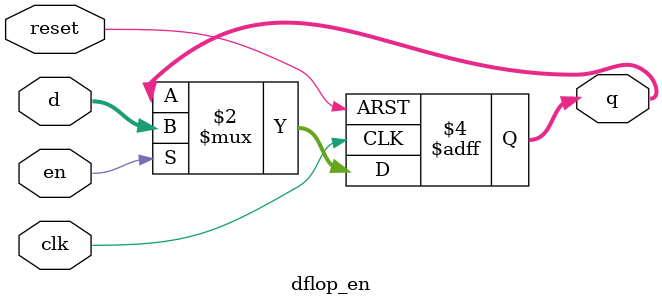
<source format=v>
module dflop_en #(parameter WIDTH = 8)
		(input clk, reset, en,
		 input [WIDTH-1:0] d,
		 output reg [WIDTH-1:0] q);
  
always@(posedge clk, posedge reset)
	if (reset) q <= 0;
	else if (en) q <= d;
endmodule
</source>
